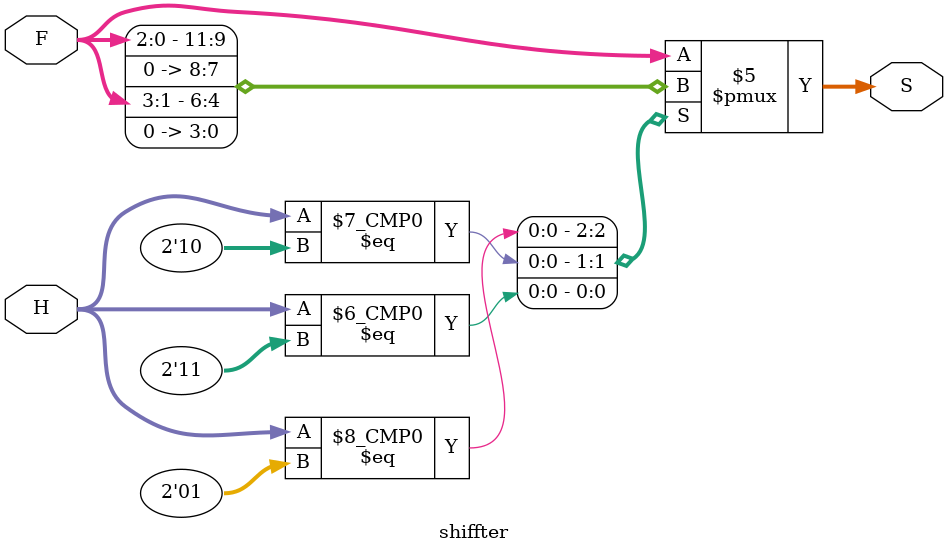
<source format=sv>
       

module shiffter #(parameter N=4)( 
 input logic signed [N-1:0] F, //input
 input logic [1:0] H, //sel operacion
 output logic signed [N-1:0] S //salida
 ); 
 
 always_comb  
	case(H)
	 3'b01: S=F<<1; //shl
	 3'b10: S=F>>1; //shr
	 3'b11: S=N[1'b0]; //todo 0
	 default: S=F; //transferencia
   endcase
	
endmodule

</source>
